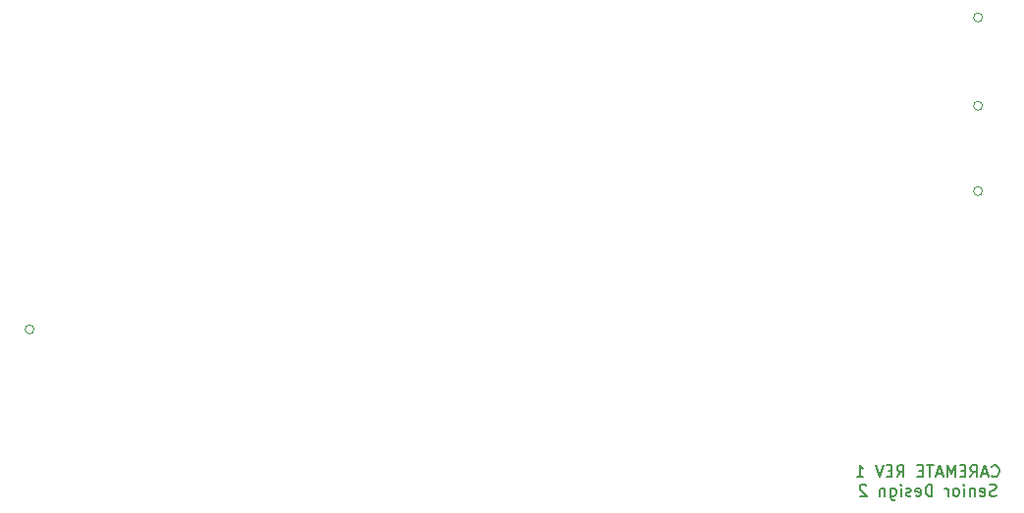
<source format=gbr>
G04 #@! TF.GenerationSoftware,KiCad,Pcbnew,(5.1.4)-1*
G04 #@! TF.CreationDate,2021-09-17T13:15:57-05:00*
G04 #@! TF.ProjectId,CareMate,43617265-4d61-4746-952e-6b696361645f,rev?*
G04 #@! TF.SameCoordinates,Original*
G04 #@! TF.FileFunction,Legend,Bot*
G04 #@! TF.FilePolarity,Positive*
%FSLAX46Y46*%
G04 Gerber Fmt 4.6, Leading zero omitted, Abs format (unit mm)*
G04 Created by KiCad (PCBNEW (5.1.4)-1) date 2021-09-17 13:15:57*
%MOMM*%
%LPD*%
G04 APERTURE LIST*
%ADD10C,0.150000*%
%ADD11C,0.120000*%
G04 APERTURE END LIST*
D10*
X133285809Y-88432142D02*
X133333428Y-88479761D01*
X133476285Y-88527380D01*
X133571523Y-88527380D01*
X133714380Y-88479761D01*
X133809619Y-88384523D01*
X133857238Y-88289285D01*
X133904857Y-88098809D01*
X133904857Y-87955952D01*
X133857238Y-87765476D01*
X133809619Y-87670238D01*
X133714380Y-87575000D01*
X133571523Y-87527380D01*
X133476285Y-87527380D01*
X133333428Y-87575000D01*
X133285809Y-87622619D01*
X132904857Y-88241666D02*
X132428666Y-88241666D01*
X133000095Y-88527380D02*
X132666761Y-87527380D01*
X132333428Y-88527380D01*
X131428666Y-88527380D02*
X131762000Y-88051190D01*
X132000095Y-88527380D02*
X132000095Y-87527380D01*
X131619142Y-87527380D01*
X131523904Y-87575000D01*
X131476285Y-87622619D01*
X131428666Y-87717857D01*
X131428666Y-87860714D01*
X131476285Y-87955952D01*
X131523904Y-88003571D01*
X131619142Y-88051190D01*
X132000095Y-88051190D01*
X131000095Y-88003571D02*
X130666761Y-88003571D01*
X130523904Y-88527380D02*
X131000095Y-88527380D01*
X131000095Y-87527380D01*
X130523904Y-87527380D01*
X130095333Y-88527380D02*
X130095333Y-87527380D01*
X129762000Y-88241666D01*
X129428666Y-87527380D01*
X129428666Y-88527380D01*
X129000095Y-88241666D02*
X128523904Y-88241666D01*
X129095333Y-88527380D02*
X128762000Y-87527380D01*
X128428666Y-88527380D01*
X128238190Y-87527380D02*
X127666761Y-87527380D01*
X127952476Y-88527380D02*
X127952476Y-87527380D01*
X127333428Y-88003571D02*
X127000095Y-88003571D01*
X126857238Y-88527380D02*
X127333428Y-88527380D01*
X127333428Y-87527380D01*
X126857238Y-87527380D01*
X125095333Y-88527380D02*
X125428666Y-88051190D01*
X125666761Y-88527380D02*
X125666761Y-87527380D01*
X125285809Y-87527380D01*
X125190571Y-87575000D01*
X125142952Y-87622619D01*
X125095333Y-87717857D01*
X125095333Y-87860714D01*
X125142952Y-87955952D01*
X125190571Y-88003571D01*
X125285809Y-88051190D01*
X125666761Y-88051190D01*
X124666761Y-88003571D02*
X124333428Y-88003571D01*
X124190571Y-88527380D02*
X124666761Y-88527380D01*
X124666761Y-87527380D01*
X124190571Y-87527380D01*
X123904857Y-87527380D02*
X123571523Y-88527380D01*
X123238190Y-87527380D01*
X121619142Y-88527380D02*
X122190571Y-88527380D01*
X121904857Y-88527380D02*
X121904857Y-87527380D01*
X122000095Y-87670238D01*
X122095333Y-87765476D01*
X122190571Y-87813095D01*
X133642952Y-90129761D02*
X133500095Y-90177380D01*
X133262000Y-90177380D01*
X133166761Y-90129761D01*
X133119142Y-90082142D01*
X133071523Y-89986904D01*
X133071523Y-89891666D01*
X133119142Y-89796428D01*
X133166761Y-89748809D01*
X133262000Y-89701190D01*
X133452476Y-89653571D01*
X133547714Y-89605952D01*
X133595333Y-89558333D01*
X133642952Y-89463095D01*
X133642952Y-89367857D01*
X133595333Y-89272619D01*
X133547714Y-89225000D01*
X133452476Y-89177380D01*
X133214380Y-89177380D01*
X133071523Y-89225000D01*
X132262000Y-90129761D02*
X132357238Y-90177380D01*
X132547714Y-90177380D01*
X132642952Y-90129761D01*
X132690571Y-90034523D01*
X132690571Y-89653571D01*
X132642952Y-89558333D01*
X132547714Y-89510714D01*
X132357238Y-89510714D01*
X132262000Y-89558333D01*
X132214380Y-89653571D01*
X132214380Y-89748809D01*
X132690571Y-89844047D01*
X131785809Y-89510714D02*
X131785809Y-90177380D01*
X131785809Y-89605952D02*
X131738190Y-89558333D01*
X131642952Y-89510714D01*
X131500095Y-89510714D01*
X131404857Y-89558333D01*
X131357238Y-89653571D01*
X131357238Y-90177380D01*
X130881047Y-90177380D02*
X130881047Y-89510714D01*
X130881047Y-89177380D02*
X130928666Y-89225000D01*
X130881047Y-89272619D01*
X130833428Y-89225000D01*
X130881047Y-89177380D01*
X130881047Y-89272619D01*
X130262000Y-90177380D02*
X130357238Y-90129761D01*
X130404857Y-90082142D01*
X130452476Y-89986904D01*
X130452476Y-89701190D01*
X130404857Y-89605952D01*
X130357238Y-89558333D01*
X130262000Y-89510714D01*
X130119142Y-89510714D01*
X130023904Y-89558333D01*
X129976285Y-89605952D01*
X129928666Y-89701190D01*
X129928666Y-89986904D01*
X129976285Y-90082142D01*
X130023904Y-90129761D01*
X130119142Y-90177380D01*
X130262000Y-90177380D01*
X129500095Y-90177380D02*
X129500095Y-89510714D01*
X129500095Y-89701190D02*
X129452476Y-89605952D01*
X129404857Y-89558333D01*
X129309619Y-89510714D01*
X129214380Y-89510714D01*
X128119142Y-90177380D02*
X128119142Y-89177380D01*
X127881047Y-89177380D01*
X127738190Y-89225000D01*
X127642952Y-89320238D01*
X127595333Y-89415476D01*
X127547714Y-89605952D01*
X127547714Y-89748809D01*
X127595333Y-89939285D01*
X127642952Y-90034523D01*
X127738190Y-90129761D01*
X127881047Y-90177380D01*
X128119142Y-90177380D01*
X126738190Y-90129761D02*
X126833428Y-90177380D01*
X127023904Y-90177380D01*
X127119142Y-90129761D01*
X127166761Y-90034523D01*
X127166761Y-89653571D01*
X127119142Y-89558333D01*
X127023904Y-89510714D01*
X126833428Y-89510714D01*
X126738190Y-89558333D01*
X126690571Y-89653571D01*
X126690571Y-89748809D01*
X127166761Y-89844047D01*
X126309619Y-90129761D02*
X126214380Y-90177380D01*
X126023904Y-90177380D01*
X125928666Y-90129761D01*
X125881047Y-90034523D01*
X125881047Y-89986904D01*
X125928666Y-89891666D01*
X126023904Y-89844047D01*
X126166761Y-89844047D01*
X126262000Y-89796428D01*
X126309619Y-89701190D01*
X126309619Y-89653571D01*
X126262000Y-89558333D01*
X126166761Y-89510714D01*
X126023904Y-89510714D01*
X125928666Y-89558333D01*
X125452476Y-90177380D02*
X125452476Y-89510714D01*
X125452476Y-89177380D02*
X125500095Y-89225000D01*
X125452476Y-89272619D01*
X125404857Y-89225000D01*
X125452476Y-89177380D01*
X125452476Y-89272619D01*
X124547714Y-89510714D02*
X124547714Y-90320238D01*
X124595333Y-90415476D01*
X124642952Y-90463095D01*
X124738190Y-90510714D01*
X124881047Y-90510714D01*
X124976285Y-90463095D01*
X124547714Y-90129761D02*
X124642952Y-90177380D01*
X124833428Y-90177380D01*
X124928666Y-90129761D01*
X124976285Y-90082142D01*
X125023904Y-89986904D01*
X125023904Y-89701190D01*
X124976285Y-89605952D01*
X124928666Y-89558333D01*
X124833428Y-89510714D01*
X124642952Y-89510714D01*
X124547714Y-89558333D01*
X124071523Y-89510714D02*
X124071523Y-90177380D01*
X124071523Y-89605952D02*
X124023904Y-89558333D01*
X123928666Y-89510714D01*
X123785809Y-89510714D01*
X123690571Y-89558333D01*
X123642952Y-89653571D01*
X123642952Y-90177380D01*
X122452476Y-89272619D02*
X122404857Y-89225000D01*
X122309619Y-89177380D01*
X122071523Y-89177380D01*
X121976285Y-89225000D01*
X121928666Y-89272619D01*
X121881047Y-89367857D01*
X121881047Y-89463095D01*
X121928666Y-89605952D01*
X122500095Y-90177380D01*
X121881047Y-90177380D01*
D11*
X50673000Y-75792200D02*
G75*
G03X50673000Y-75792200I-381000J0D01*
G01*
X132461000Y-63854200D02*
G75*
G03X132461000Y-63854200I-381000J0D01*
G01*
X132461000Y-56488200D02*
G75*
G03X132461000Y-56488200I-381000J0D01*
G01*
X132461000Y-48868200D02*
G75*
G03X132461000Y-48868200I-381000J0D01*
G01*
M02*

</source>
